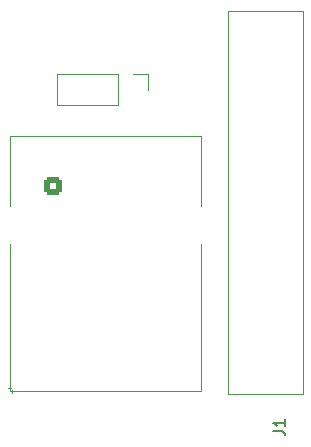
<source format=gbr>
%TF.GenerationSoftware,KiCad,Pcbnew,7.0.5-0*%
%TF.CreationDate,2024-07-25T14:15:13+02:00*%
%TF.ProjectId,rj45-stepper-adapter,726a3435-2d73-4746-9570-7065722d6164,rev?*%
%TF.SameCoordinates,Original*%
%TF.FileFunction,Legend,Top*%
%TF.FilePolarity,Positive*%
%FSLAX46Y46*%
G04 Gerber Fmt 4.6, Leading zero omitted, Abs format (unit mm)*
G04 Created by KiCad (PCBNEW 7.0.5-0) date 2024-07-25 14:15:13*
%MOMM*%
%LPD*%
G01*
G04 APERTURE LIST*
G04 Aperture macros list*
%AMRoundRect*
0 Rectangle with rounded corners*
0 $1 Rounding radius*
0 $2 $3 $4 $5 $6 $7 $8 $9 X,Y pos of 4 corners*
0 Add a 4 corners polygon primitive as box body*
4,1,4,$2,$3,$4,$5,$6,$7,$8,$9,$2,$3,0*
0 Add four circle primitives for the rounded corners*
1,1,$1+$1,$2,$3*
1,1,$1+$1,$4,$5*
1,1,$1+$1,$6,$7*
1,1,$1+$1,$8,$9*
0 Add four rect primitives between the rounded corners*
20,1,$1+$1,$2,$3,$4,$5,0*
20,1,$1+$1,$4,$5,$6,$7,0*
20,1,$1+$1,$6,$7,$8,$9,0*
20,1,$1+$1,$8,$9,$2,$3,0*%
G04 Aperture macros list end*
%ADD10C,0.150000*%
%ADD11C,0.100000*%
%ADD12C,0.120000*%
%ADD13R,2.670000X2.670000*%
%ADD14C,2.670000*%
%ADD15O,1.700000X1.700000*%
%ADD16R,1.700000X1.700000*%
%ADD17C,2.500000*%
%ADD18C,1.500000*%
%ADD19RoundRect,0.250500X-0.499500X-0.499500X0.499500X-0.499500X0.499500X0.499500X-0.499500X0.499500X0*%
%ADD20C,3.250000*%
G04 APERTURE END LIST*
D10*
%TO.C,J1*%
X164808819Y-127445333D02*
X165523104Y-127445333D01*
X165523104Y-127445333D02*
X165665961Y-127492952D01*
X165665961Y-127492952D02*
X165761200Y-127588190D01*
X165761200Y-127588190D02*
X165808819Y-127731047D01*
X165808819Y-127731047D02*
X165808819Y-127826285D01*
X165808819Y-126445333D02*
X165808819Y-127016761D01*
X165808819Y-126731047D02*
X164808819Y-126731047D01*
X164808819Y-126731047D02*
X164951676Y-126826285D01*
X164951676Y-126826285D02*
X165046914Y-126921523D01*
X165046914Y-126921523D02*
X165094533Y-127016761D01*
D11*
X167360600Y-91907600D02*
X161010600Y-91907600D01*
X161010600Y-91907600D02*
X161010600Y-124292600D01*
X161010600Y-124292600D02*
X167360600Y-124292600D01*
X167360600Y-124292600D02*
X167360600Y-91907600D01*
D12*
%TO.C,J2*%
X151638000Y-99882000D02*
X146498000Y-99882000D01*
X146498000Y-97222000D02*
X146498000Y-99882000D01*
X151638000Y-97222000D02*
X151638000Y-99882000D01*
X151638000Y-97222000D02*
X146498000Y-97222000D01*
X152908000Y-97222000D02*
X154238000Y-97222000D01*
X154238000Y-97222000D02*
X154238000Y-98552000D01*
%TO.C,J3*%
X158742000Y-124091500D02*
X142502000Y-124091500D01*
X158742000Y-111641500D02*
X158742000Y-124091500D01*
X158742000Y-102451500D02*
X158742000Y-108361500D01*
X142722000Y-123971500D02*
X142722000Y-124221500D01*
X142622000Y-123821500D02*
X142372000Y-123821500D01*
X142502000Y-111641500D02*
X142502000Y-124091500D01*
X142502000Y-102451500D02*
X158742000Y-102451500D01*
X142502000Y-102451500D02*
X142502000Y-108361500D01*
%TD*%
%LPC*%
D13*
%TO.C,J1*%
X165354000Y-94092000D03*
X162814000Y-94092000D03*
D14*
X165354000Y-97592000D03*
X162814000Y-97592000D03*
X165354000Y-101092000D03*
X162814000Y-101092000D03*
X165354000Y-104592000D03*
X162814000Y-104592000D03*
X165354000Y-108092000D03*
X162814000Y-108092000D03*
X165354000Y-111592000D03*
X162814000Y-111592000D03*
X165354000Y-115092000D03*
X162814000Y-115092000D03*
X165354000Y-118592000D03*
X162814000Y-118592000D03*
X165354000Y-122092000D03*
X162814000Y-122092000D03*
%TD*%
D15*
%TO.C,J2*%
X147828000Y-98552000D03*
X150368000Y-98552000D03*
D16*
X152908000Y-98552000D03*
%TD*%
D17*
%TO.C,J3*%
X158367000Y-110021500D03*
X142877000Y-110021500D03*
D18*
X155062000Y-104171500D03*
X153802000Y-106711500D03*
X152522000Y-104171500D03*
X151262000Y-106711500D03*
X149982000Y-104171500D03*
X148722000Y-106711500D03*
X147442000Y-104171500D03*
D19*
X146182000Y-106711500D03*
D20*
X156337000Y-113071500D03*
X144907000Y-113071500D03*
%TD*%
%LPD*%
M02*

</source>
